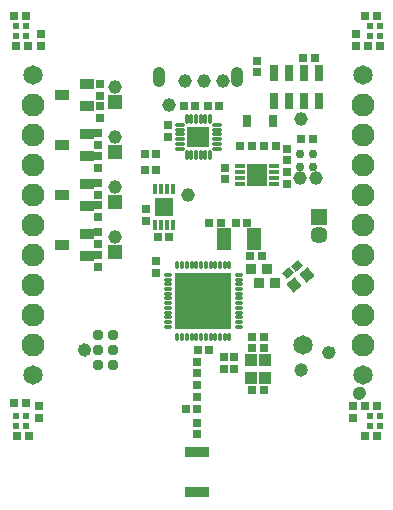
<source format=gts>
G04 Layer_Color=8388736*
%FSLAX24Y24*%
%MOIN*%
G70*
G01*
G75*
%ADD75C,0.0240*%
%ADD76R,0.0336X0.0178*%
%ADD77R,0.0702X0.0749*%
%ADD78C,0.0139*%
%ADD79R,0.0729X0.0666*%
%ADD80O,0.0139X0.0336*%
%ADD81O,0.0336X0.0139*%
%ADD82R,0.0308X0.0387*%
%ADD83C,0.0370*%
%ADD84R,0.0635X0.0595*%
%ADD85R,0.0178X0.0355*%
%ADD86R,0.0788X0.0375*%
%ADD87R,0.0454X0.0769*%
%ADD88R,0.1910X0.1910*%
%ADD89O,0.0316X0.0139*%
%ADD90O,0.0139X0.0316*%
%ADD91R,0.0395X0.0434*%
%ADD92R,0.0355X0.0375*%
G04:AMPARAMS|DCode=93|XSize=25.7mil|YSize=31.6mil|CornerRadius=0mil|HoleSize=0mil|Usage=FLASHONLY|Rotation=310.000|XOffset=0mil|YOffset=0mil|HoleType=Round|Shape=Rectangle|*
%AMROTATEDRECTD93*
4,1,4,-0.0204,-0.0003,0.0038,0.0200,0.0204,0.0003,-0.0038,-0.0200,-0.0204,-0.0003,0.0*
%
%ADD93ROTATEDRECTD93*%

G04:AMPARAMS|DCode=94|XSize=37.5mil|YSize=35.5mil|CornerRadius=0mil|HoleSize=0mil|Usage=FLASHONLY|Rotation=310.000|XOffset=0mil|YOffset=0mil|HoleType=Round|Shape=Rectangle|*
%AMROTATEDRECTD94*
4,1,4,-0.0257,0.0029,0.0016,0.0258,0.0257,-0.0029,-0.0016,-0.0258,-0.0257,0.0029,0.0*
%
%ADD94ROTATEDRECTD94*%

%ADD95R,0.0237X0.0237*%
%ADD96R,0.0296X0.0257*%
%ADD97R,0.0460X0.0360*%
%ADD98R,0.0296X0.0572*%
%ADD99C,0.0454*%
%ADD100R,0.0277X0.0296*%
%ADD101R,0.0296X0.0277*%
%ADD102R,0.0257X0.0296*%
%ADD103R,0.0257X0.0316*%
%ADD104R,0.0316X0.0257*%
%ADD105O,0.0414X0.0690*%
%ADD106R,0.0454X0.0454*%
%ADD107C,0.0572*%
%ADD108R,0.0572X0.0572*%
%ADD109C,0.0300*%
%ADD110C,0.0769*%
%ADD111C,0.0651*%
D75*
X8870Y1106D02*
G03*
X8870Y1106I-110J0D01*
G01*
X1651Y1772D02*
G03*
X1651Y1772I-110J0D01*
G01*
X9795Y1689D02*
G03*
X9795Y1689I-110J0D01*
G01*
X10809Y329D02*
G03*
X10809Y329I-110J0D01*
G01*
D76*
X6706Y7321D02*
D03*
Y7912D02*
D03*
X7848Y7321D02*
D03*
Y7518D02*
D03*
Y7715D02*
D03*
Y7912D02*
D03*
X6706Y7518D02*
D03*
Y7715D02*
D03*
D77*
X7277Y7617D02*
D03*
D78*
X8760Y984D02*
D03*
Y1230D02*
D03*
X1663Y1772D02*
D03*
X1417D02*
D03*
X9685Y1811D02*
D03*
Y1565D02*
D03*
X10699Y207D02*
D03*
Y453D02*
D03*
D79*
X5335Y8878D02*
D03*
D80*
X5728Y8268D02*
D03*
X5571D02*
D03*
X5413D02*
D03*
X5256D02*
D03*
X5098D02*
D03*
X4941D02*
D03*
Y9488D02*
D03*
X5098D02*
D03*
X5256D02*
D03*
X5413D02*
D03*
X5571D02*
D03*
X5728D02*
D03*
D81*
X4724Y8484D02*
D03*
Y8642D02*
D03*
Y8799D02*
D03*
Y8957D02*
D03*
Y9114D02*
D03*
Y9272D02*
D03*
X5945D02*
D03*
Y9114D02*
D03*
Y8957D02*
D03*
Y8799D02*
D03*
Y8642D02*
D03*
Y8484D02*
D03*
D82*
X7835Y9409D02*
D03*
X6969D02*
D03*
D83*
X1994Y2272D02*
D03*
Y1772D02*
D03*
Y1272D02*
D03*
X2494D02*
D03*
Y1772D02*
D03*
Y2272D02*
D03*
D84*
X4183Y6535D02*
D03*
D85*
X4085Y7126D02*
D03*
X4281D02*
D03*
X4478D02*
D03*
X3888D02*
D03*
Y5945D02*
D03*
X4085D02*
D03*
X4478D02*
D03*
X4281D02*
D03*
D86*
X5300Y-1631D02*
D03*
Y-2969D02*
D03*
D87*
X7185Y5463D02*
D03*
X6201D02*
D03*
D88*
X5505Y3410D02*
D03*
D89*
X6696Y4276D02*
D03*
Y4119D02*
D03*
Y3961D02*
D03*
Y3804D02*
D03*
Y3646D02*
D03*
Y3489D02*
D03*
Y3331D02*
D03*
Y3174D02*
D03*
Y3016D02*
D03*
Y2859D02*
D03*
Y2701D02*
D03*
Y2544D02*
D03*
X4314D02*
D03*
Y2701D02*
D03*
Y2859D02*
D03*
Y3016D02*
D03*
Y3174D02*
D03*
Y3331D02*
D03*
Y3489D02*
D03*
Y3646D02*
D03*
Y3804D02*
D03*
Y3961D02*
D03*
Y4119D02*
D03*
Y4276D02*
D03*
D90*
X6371Y2219D02*
D03*
X6214D02*
D03*
X6056D02*
D03*
X5899D02*
D03*
X5741D02*
D03*
X5584D02*
D03*
X5426D02*
D03*
X5269D02*
D03*
X5111D02*
D03*
X4954D02*
D03*
X4796D02*
D03*
X4639D02*
D03*
Y4601D02*
D03*
X4796D02*
D03*
X4954D02*
D03*
X5111D02*
D03*
X5269D02*
D03*
X5426D02*
D03*
X5584D02*
D03*
X5741D02*
D03*
X5899D02*
D03*
X6056D02*
D03*
X6214D02*
D03*
X6371D02*
D03*
D91*
X7089Y1425D02*
D03*
X7541D02*
D03*
Y855D02*
D03*
X7089D02*
D03*
D92*
X7904Y4016D02*
D03*
X7372D02*
D03*
X7096Y4488D02*
D03*
X7628D02*
D03*
D93*
X8321Y4329D02*
D03*
X8608Y4569D02*
D03*
D94*
X8944Y4265D02*
D03*
X8537Y3924D02*
D03*
D95*
X-758Y12234D02*
D03*
Y12569D02*
D03*
X-423D02*
D03*
Y12234D02*
D03*
X11053D02*
D03*
Y12569D02*
D03*
X11388D02*
D03*
Y12234D02*
D03*
X-758Y-758D02*
D03*
Y-423D02*
D03*
X-423D02*
D03*
Y-758D02*
D03*
X11053D02*
D03*
Y-423D02*
D03*
X11388D02*
D03*
Y-758D02*
D03*
D96*
X7913Y8583D02*
D03*
X7520D02*
D03*
X7512Y440D02*
D03*
X7118D02*
D03*
X7118Y1840D02*
D03*
X7512D02*
D03*
X5702Y1760D02*
D03*
X5308D02*
D03*
X7057Y4892D02*
D03*
X7451D02*
D03*
X7118Y2190D02*
D03*
X7512D02*
D03*
X6969Y6004D02*
D03*
X6575D02*
D03*
X5689Y6004D02*
D03*
X6083D02*
D03*
X5645Y9921D02*
D03*
X6039D02*
D03*
X4843Y9921D02*
D03*
X5236D02*
D03*
X9227Y11520D02*
D03*
X8833D02*
D03*
D97*
X1606Y4900D02*
D03*
Y5648D02*
D03*
X779Y5274D02*
D03*
X1606Y9890D02*
D03*
Y10638D02*
D03*
X779Y10264D02*
D03*
X1606Y8227D02*
D03*
Y8975D02*
D03*
X779Y8601D02*
D03*
X1606Y6563D02*
D03*
Y7311D02*
D03*
X779Y6937D02*
D03*
D98*
X9343Y10075D02*
D03*
X8851D02*
D03*
X8359D02*
D03*
X7866D02*
D03*
Y11000D02*
D03*
X8359D02*
D03*
X8851D02*
D03*
X9343D02*
D03*
D99*
X4902Y10748D02*
D03*
X6142D02*
D03*
X8710Y7500D02*
D03*
X9252Y7510D02*
D03*
X5000Y6929D02*
D03*
X4350Y9951D02*
D03*
X5512Y10748D02*
D03*
X8740Y9488D02*
D03*
X2564Y5550D02*
D03*
Y7217D02*
D03*
Y8883D02*
D03*
Y10550D02*
D03*
D100*
X7283Y11417D02*
D03*
Y11024D02*
D03*
X3573Y6073D02*
D03*
Y6467D02*
D03*
X20Y-103D02*
D03*
Y-497D02*
D03*
X10500Y-103D02*
D03*
Y-497D02*
D03*
X6230Y7461D02*
D03*
Y7854D02*
D03*
X8300Y7697D02*
D03*
Y7303D02*
D03*
X10600Y11903D02*
D03*
Y12297D02*
D03*
X100Y11903D02*
D03*
Y12297D02*
D03*
X2000Y5697D02*
D03*
Y5303D02*
D03*
Y7347D02*
D03*
Y6953D02*
D03*
Y4553D02*
D03*
Y4947D02*
D03*
Y6203D02*
D03*
Y6597D02*
D03*
Y8997D02*
D03*
Y8603D02*
D03*
X2050Y10647D02*
D03*
Y10253D02*
D03*
X2000Y7853D02*
D03*
Y8247D02*
D03*
X2050Y9503D02*
D03*
Y9897D02*
D03*
D101*
X4370Y5531D02*
D03*
X3976D02*
D03*
X9157Y8820D02*
D03*
X8763D02*
D03*
X-306Y-1100D02*
D03*
X-700D02*
D03*
X-423Y0D02*
D03*
X-817D02*
D03*
X11297Y-100D02*
D03*
X10903D02*
D03*
X6732Y8583D02*
D03*
X7126D02*
D03*
X10903Y-1100D02*
D03*
X11297D02*
D03*
X10903Y12900D02*
D03*
X11297D02*
D03*
X10983Y11900D02*
D03*
X11377D02*
D03*
X-353D02*
D03*
X-747D02*
D03*
X3937Y7756D02*
D03*
X3543D02*
D03*
X3937Y8307D02*
D03*
X3543D02*
D03*
X-403Y12900D02*
D03*
X-797D02*
D03*
D102*
X3937Y4331D02*
D03*
Y4724D02*
D03*
X6185Y1133D02*
D03*
Y1527D02*
D03*
X6535Y1527D02*
D03*
Y1133D02*
D03*
X8300Y8487D02*
D03*
Y8093D02*
D03*
X4331Y8888D02*
D03*
Y9281D02*
D03*
X5305Y597D02*
D03*
Y203D02*
D03*
D103*
Y1013D02*
D03*
Y1387D02*
D03*
Y-1026D02*
D03*
Y-652D02*
D03*
D104*
X5287Y-200D02*
D03*
X4913D02*
D03*
D105*
X4031Y10873D02*
D03*
X6629D02*
D03*
D106*
X2564Y5050D02*
D03*
Y6717D02*
D03*
Y8383D02*
D03*
Y10050D02*
D03*
D107*
X9370Y5610D02*
D03*
D108*
Y6201D02*
D03*
D109*
X9153Y8317D02*
D03*
X8720D02*
D03*
X9153Y7883D02*
D03*
X8720D02*
D03*
D110*
X10820Y5930D02*
D03*
Y6930D02*
D03*
Y1930D02*
D03*
Y2930D02*
D03*
X-180Y4930D02*
D03*
Y5930D02*
D03*
X10820Y4930D02*
D03*
X-180Y3930D02*
D03*
Y8930D02*
D03*
Y7930D02*
D03*
Y6930D02*
D03*
X10820Y3930D02*
D03*
Y9930D02*
D03*
Y8930D02*
D03*
X-180Y1930D02*
D03*
Y9930D02*
D03*
Y2930D02*
D03*
X10820Y7930D02*
D03*
D111*
Y930D02*
D03*
X-180Y10930D02*
D03*
X8820Y1930D02*
D03*
X-180Y930D02*
D03*
X10820Y10930D02*
D03*
M02*

</source>
